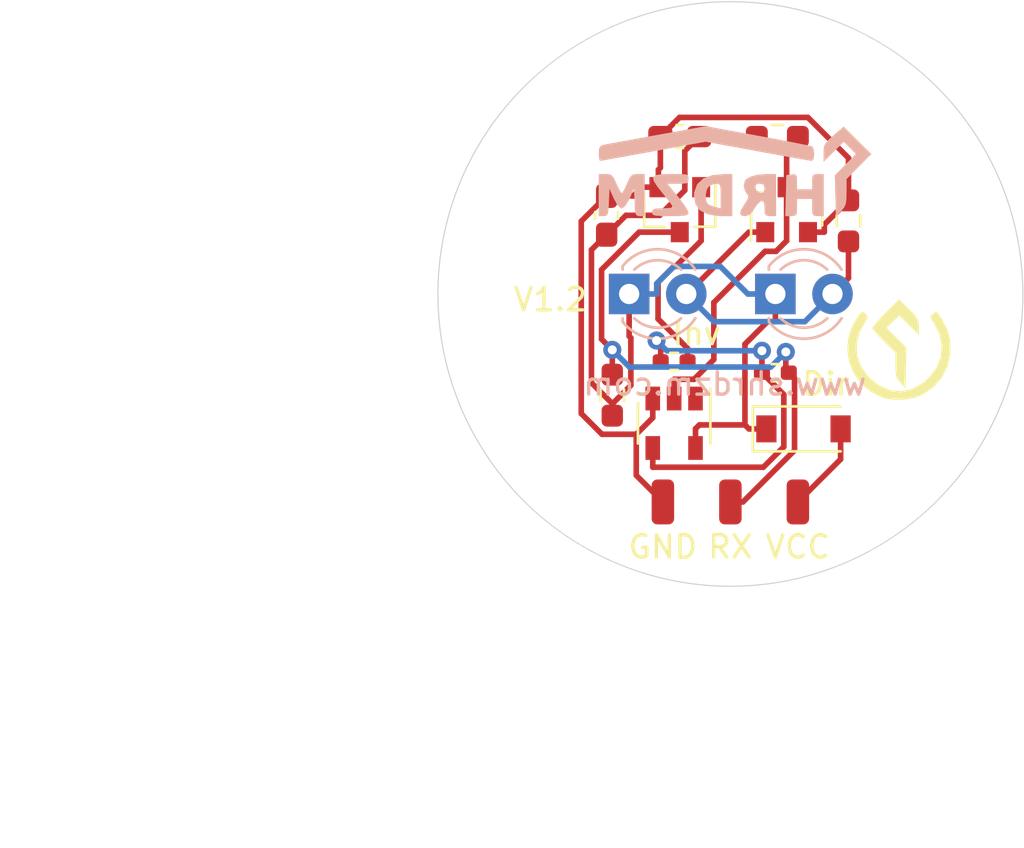
<source format=kicad_pcb>
(kicad_pcb (version 20171130) (host pcbnew "(5.1.9)-1")

  (general
    (thickness 1.6)
    (drawings 9)
    (tracks 108)
    (zones 0)
    (modules 18)
    (nets 10)
  )

  (page A4)
  (layers
    (0 F.Cu signal)
    (31 B.Cu signal)
    (32 B.Adhes user)
    (33 F.Adhes user)
    (34 B.Paste user)
    (35 F.Paste user)
    (36 B.SilkS user)
    (37 F.SilkS user)
    (38 B.Mask user)
    (39 F.Mask user)
    (40 Dwgs.User user)
    (41 Cmts.User user)
    (42 Eco1.User user)
    (43 Eco2.User user)
    (44 Edge.Cuts user)
    (45 Margin user)
    (46 B.CrtYd user)
    (47 F.CrtYd user)
    (48 B.Fab user)
    (49 F.Fab user)
  )

  (setup
    (last_trace_width 0.25)
    (trace_clearance 0.2)
    (zone_clearance 0.508)
    (zone_45_only no)
    (trace_min 0.2)
    (via_size 0.8)
    (via_drill 0.4)
    (via_min_size 0.4)
    (via_min_drill 0.3)
    (uvia_size 0.3)
    (uvia_drill 0.1)
    (uvias_allowed no)
    (uvia_min_size 0.2)
    (uvia_min_drill 0.1)
    (edge_width 0.05)
    (segment_width 0.2)
    (pcb_text_width 0.3)
    (pcb_text_size 1.5 1.5)
    (mod_edge_width 0.12)
    (mod_text_size 1 1)
    (mod_text_width 0.15)
    (pad_size 1.524 1.524)
    (pad_drill 0.762)
    (pad_to_mask_clearance 0)
    (aux_axis_origin 0 0)
    (visible_elements 7FFFFFFF)
    (pcbplotparams
      (layerselection 0x010fc_ffffffff)
      (usegerberextensions false)
      (usegerberattributes true)
      (usegerberadvancedattributes true)
      (creategerberjobfile true)
      (excludeedgelayer true)
      (linewidth 0.100000)
      (plotframeref false)
      (viasonmask false)
      (mode 1)
      (useauxorigin false)
      (hpglpennumber 1)
      (hpglpenspeed 20)
      (hpglpendiameter 15.000000)
      (psnegative false)
      (psa4output false)
      (plotreference true)
      (plotvalue true)
      (plotinvisibletext false)
      (padsonsilk false)
      (subtractmaskfromsilk false)
      (outputformat 1)
      (mirror false)
      (drillshape 1)
      (scaleselection 1)
      (outputdirectory ""))
  )

  (net 0 "")
  (net 1 GND)
  (net 2 "Net-(D1-Pad2)")
  (net 3 "Net-(H2-Pad1)")
  (net 4 "Net-(IC1-Pad1)")
  (net 5 "Net-(IC1-Pad2)")
  (net 6 "Net-(Q1-Pad2)")
  (net 7 +3V3)
  (net 8 "Net-(IC1-Pad4)")
  (net 9 "Net-(Q4-Pad1)")

  (net_class Default "This is the default net class."
    (clearance 0.2)
    (trace_width 0.25)
    (via_dia 0.8)
    (via_drill 0.4)
    (uvia_dia 0.3)
    (uvia_drill 0.1)
    (add_net +3V3)
    (add_net GND)
    (add_net "Net-(D1-Pad2)")
    (add_net "Net-(H2-Pad1)")
    (add_net "Net-(IC1-Pad1)")
    (add_net "Net-(IC1-Pad2)")
    (add_net "Net-(IC1-Pad4)")
    (add_net "Net-(Q1-Pad2)")
    (add_net "Net-(Q4-Pad1)")
  )

  (module "SHRDZM:SHRDZM 12x4" (layer B.Cu) (tedit 0) (tstamp 617C5164)
    (at 70.25 49.5 180)
    (fp_text reference G1 (at 0 0) (layer B.SilkS) hide
      (effects (font (size 1.524 1.524) (thickness 0.3)) (justify mirror))
    )
    (fp_text value LOGO (at 0.75 0) (layer B.SilkS) hide
      (effects (font (size 1.524 1.524) (thickness 0.3)) (justify mirror))
    )
    (fp_poly (pts (xy 3.486147 1.570411) (xy 4.079853 1.462792) (xy 4.628866 1.362878) (xy 5.107899 1.275302)
      (xy 5.491662 1.204698) (xy 5.754867 1.155699) (xy 5.863167 1.134858) (xy 6.015575 1.082802)
      (xy 6.081718 0.973963) (xy 6.096 0.755273) (xy 6.083809 0.545616) (xy 6.053427 0.430756)
      (xy 6.042102 0.423333) (xy 5.947936 0.438102) (xy 5.709059 0.479793) (xy 5.347257 0.54448)
      (xy 4.884319 0.62824) (xy 4.342034 0.727149) (xy 3.742188 0.837282) (xy 3.671435 0.850317)
      (xy 1.354666 1.277301) (xy -0.962102 0.850317) (xy -1.569724 0.738948) (xy -2.124676 0.638407)
      (xy -2.60465 0.552644) (xy -2.987336 0.485605) (xy -3.250426 0.441239) (xy -3.37161 0.423492)
      (xy -3.375102 0.423333) (xy -3.439406 0.497767) (xy -3.470707 0.681168) (xy -3.471333 0.71467)
      (xy -3.450501 0.924369) (xy -3.399634 1.049136) (xy -3.392527 1.054711) (xy -3.29163 1.082145)
      (xy -3.046155 1.135263) (xy -2.678171 1.209701) (xy -2.209745 1.301092) (xy -1.662947 1.40507)
      (xy -1.059845 1.517269) (xy -0.98588 1.530868) (xy 1.341961 1.958318) (xy 3.486147 1.570411)) (layer B.SilkS) (width 0.01))
    (fp_poly (pts (xy 4.54499 -0.181917) (xy 4.661268 -0.246027) (xy 4.758405 -0.401205) (xy 4.84198 -0.592667)
      (xy 4.94996 -0.827281) (xy 5.040807 -0.981007) (xy 5.08 -1.016) (xy 5.144101 -0.944558)
      (xy 5.243043 -0.760731) (xy 5.318019 -0.592667) (xy 5.429089 -0.346935) (xy 5.527062 -0.220882)
      (xy 5.656487 -0.174968) (xy 5.794974 -0.169333) (xy 6.096 -0.169333) (xy 6.096 -2.032)
      (xy 5.888042 -2.032) (xy 5.780403 -2.022184) (xy 5.71608 -1.968614) (xy 5.681348 -1.835104)
      (xy 5.662482 -1.585467) (xy 5.655209 -1.418167) (xy 5.630333 -0.804333) (xy 5.429407 -1.248833)
      (xy 5.268167 -1.544634) (xy 5.124582 -1.68332) (xy 5.08 -1.693333) (xy 4.943936 -1.610918)
      (xy 4.788142 -1.368747) (xy 4.730593 -1.248833) (xy 4.529667 -0.804333) (xy 4.504791 -1.418167)
      (xy 4.488637 -1.734716) (xy 4.463054 -1.918171) (xy 4.414315 -2.00472) (xy 4.328695 -2.030546)
      (xy 4.271957 -2.032) (xy 4.064 -2.032) (xy 4.064 -0.169333) (xy 4.365025 -0.169333)
      (xy 4.54499 -0.181917)) (layer B.SilkS) (width 0.01))
    (fp_poly (pts (xy 3.304644 -0.17851) (xy 3.56904 -0.218742) (xy 3.683354 -0.309087) (xy 3.656425 -0.468597)
      (xy 3.497094 -0.71633) (xy 3.2689 -1.004714) (xy 3.057051 -1.269371) (xy 2.893897 -1.484072)
      (xy 2.80401 -1.615987) (xy 2.794 -1.639258) (xy 2.870587 -1.668878) (xy 3.068141 -1.688519)
      (xy 3.259667 -1.693333) (xy 3.528774 -1.700683) (xy 3.668965 -1.732461) (xy 3.720367 -1.80326)
      (xy 3.725333 -1.862667) (xy 3.713187 -1.941369) (xy 3.65581 -1.99104) (xy 3.521789 -2.018294)
      (xy 3.279715 -2.029741) (xy 2.921 -2.032) (xy 2.545032 -2.028775) (xy 2.307521 -2.015244)
      (xy 2.177648 -1.985626) (xy 2.124597 -1.934137) (xy 2.116667 -1.881075) (xy 2.168369 -1.750319)
      (xy 2.306258 -1.531943) (xy 2.504506 -1.26532) (xy 2.588745 -1.161408) (xy 3.060824 -0.592667)
      (xy 2.588745 -0.592667) (xy 2.319763 -0.587345) (xy 2.178882 -0.559073) (xy 2.124931 -0.489391)
      (xy 2.116667 -0.381) (xy 2.122702 -0.28094) (xy 2.162495 -0.218748) (xy 2.268574 -0.185422)
      (xy 2.473468 -0.171955) (xy 2.809705 -0.169345) (xy 2.881324 -0.169333) (xy 3.304644 -0.17851)) (layer B.SilkS) (width 0.01))
    (fp_poly (pts (xy 0.529167 -0.169805) (xy 1.060406 -0.221315) (xy 1.459514 -0.373016) (xy 1.72388 -0.623012)
      (xy 1.850897 -0.969408) (xy 1.862667 -1.138453) (xy 1.796486 -1.50946) (xy 1.596677 -1.780497)
      (xy 1.261339 -1.952941) (xy 0.78857 -2.028169) (xy 0.629488 -2.032) (xy 0.169333 -2.032)
      (xy 0.169333 -1.144613) (xy 0.677333 -1.144613) (xy 0.677333 -1.696559) (xy 0.910167 -1.640938)
      (xy 1.121386 -1.570607) (xy 1.248833 -1.501958) (xy 1.331867 -1.345374) (xy 1.349892 -1.109954)
      (xy 1.305584 -0.872081) (xy 1.221619 -0.725714) (xy 1.032685 -0.619315) (xy 0.882952 -0.592667)
      (xy 0.7725 -0.603053) (xy 0.710906 -0.659649) (xy 0.683957 -0.800611) (xy 0.677437 -1.064093)
      (xy 0.677333 -1.144613) (xy 0.169333 -1.144613) (xy 0.169333 -0.169333) (xy 0.529167 -0.169805)) (layer B.SilkS) (width 0.01))
    (fp_poly (pts (xy -0.96904 -0.200286) (xy -0.647051 -0.284681) (xy -0.437448 -0.409818) (xy -0.405186 -0.449797)
      (xy -0.34261 -0.690252) (xy -0.413327 -0.942162) (xy -0.473038 -1.024145) (xy -0.546761 -1.128457)
      (xy -0.542382 -1.236282) (xy -0.449975 -1.402824) (xy -0.388371 -1.494965) (xy -0.225591 -1.764688)
      (xy -0.182043 -1.9318) (xy -0.258192 -2.01439) (xy -0.402167 -2.031771) (xy -0.581024 -1.99333)
      (xy -0.723127 -1.852073) (xy -0.804333 -1.71527) (xy -0.94335 -1.510789) (xy -1.084499 -1.384943)
      (xy -1.121833 -1.370624) (xy -1.217912 -1.382265) (xy -1.261258 -1.491832) (xy -1.27 -1.687125)
      (xy -1.279567 -1.906847) (xy -1.3319 -2.005526) (xy -1.462448 -2.031292) (xy -1.524 -2.032)
      (xy -1.778 -2.032) (xy -1.778 -0.810222) (xy -1.27 -0.810222) (xy -1.24236 -0.968798)
      (xy -1.130783 -1.006054) (xy -1.0795 -1.000722) (xy -0.908334 -0.904307) (xy -0.861945 -0.783167)
      (xy -0.873301 -0.640873) (xy -0.994121 -0.594375) (xy -1.052445 -0.592667) (xy -1.216163 -0.625115)
      (xy -1.268394 -0.756412) (xy -1.27 -0.810222) (xy -1.778 -0.810222) (xy -1.778 -0.169333)
      (xy -1.360179 -0.169333) (xy -0.96904 -0.200286)) (layer B.SilkS) (width 0.01))
    (fp_poly (pts (xy -3.4778 -0.182707) (xy -3.405399 -0.255179) (xy -3.387068 -0.435278) (xy -3.386667 -0.508)
      (xy -3.386667 -0.846667) (xy -2.709333 -0.846667) (xy -2.709333 -0.502376) (xy -2.700484 -0.284237)
      (xy -2.652374 -0.191189) (xy -2.532663 -0.179128) (xy -2.4765 -0.184876) (xy -2.243667 -0.211667)
      (xy -2.219636 -1.121833) (xy -2.195605 -2.032) (xy -2.452469 -2.032) (xy -2.610402 -2.021196)
      (xy -2.685203 -1.958135) (xy -2.707864 -1.796845) (xy -2.709333 -1.651) (xy -2.709333 -1.27)
      (xy -3.386667 -1.27) (xy -3.386667 -1.651) (xy -3.39403 -1.885283) (xy -3.436543 -1.996247)
      (xy -3.544843 -2.029846) (xy -3.640667 -2.032) (xy -3.894667 -2.032) (xy -3.894667 -0.169333)
      (xy -3.640667 -0.169333) (xy -3.4778 -0.182707)) (layer B.SilkS) (width 0.01))
    (fp_poly (pts (xy -4.339167 1.554769) (xy -4.102935 1.341889) (xy -3.969597 1.184039) (xy -3.909977 1.030267)
      (xy -3.894903 0.82962) (xy -3.894667 0.778436) (xy -3.894667 0.386785) (xy -4.341309 0.827879)
      (xy -4.787951 1.268972) (xy -5.060564 0.996359) (xy -5.333178 0.723746) (xy -4.864899 0.250529)
      (xy -4.39662 -0.222687) (xy -4.445 -2.043753) (xy -4.677833 -1.80041) (xy -4.803636 -1.650301)
      (xy -4.873933 -1.494676) (xy -4.904383 -1.277766) (xy -4.910667 -0.971158) (xy -4.910667 -0.385249)
      (xy -5.460997 0.169331) (xy -6.011328 0.723911) (xy -5.397497 1.331681) (xy -4.783667 1.939451)
      (xy -4.339167 1.554769)) (layer B.SilkS) (width 0.01))
  )

  (module "SHRDZM:SHRDZM Symbol 5x5" (layer F.Cu) (tedit 0) (tstamp 617C4F8E)
    (at 77.5 57.5)
    (fp_text reference G2 (at 0 0) (layer F.SilkS) hide
      (effects (font (size 1.524 1.524) (thickness 0.3)))
    )
    (fp_text value LOGO (at 0.75 0) (layer F.SilkS) hide
      (effects (font (size 1.524 1.524) (thickness 0.3)))
    )
    (fp_poly (pts (xy 0.436196 -1.825987) (xy 0.66022 -1.596669) (xy 0.791224 -1.429677) (xy 0.853769 -1.280676)
      (xy 0.872417 -1.105331) (xy 0.873125 -1.037298) (xy 0.873125 -0.680111) (xy 0.43736 -1.110462)
      (xy 0.001596 -1.540814) (xy -0.278011 -1.269809) (xy -0.557617 -0.998804) (xy 0.322975 -0.108926)
      (xy 0.300394 0.784464) (xy 0.277812 1.677854) (xy 0.059531 1.44974) (xy -0.057965 1.309741)
      (xy -0.123848 1.16476) (xy -0.15261 0.9629) (xy -0.15875 0.668051) (xy -0.15875 0.114476)
      (xy -0.674688 -0.396875) (xy -0.902046 -0.630826) (xy -1.078259 -0.828545) (xy -1.177694 -0.960471)
      (xy -1.190625 -0.991882) (xy -1.137382 -1.079261) (xy -0.993484 -1.249778) (xy -0.782674 -1.476507)
      (xy -0.595679 -1.666512) (xy -0.000732 -2.257487) (xy 0.436196 -1.825987)) (layer F.SilkS) (width 0.01))
    (fp_poly (pts (xy -1.506686 -1.625883) (xy -1.503334 -1.622852) (xy -1.398724 -1.505223) (xy -1.412956 -1.400282)
      (xy -1.469728 -1.316374) (xy -1.75387 -0.815712) (xy -1.886962 -0.30033) (xy -1.870112 0.211618)
      (xy -1.704429 0.701978) (xy -1.391021 1.152595) (xy -1.314082 1.233002) (xy -0.864498 1.5863)
      (xy -0.389162 1.785985) (xy 0.097619 1.832058) (xy 0.581538 1.724518) (xy 1.048286 1.463366)
      (xy 1.314081 1.233002) (xy 1.655709 0.792086) (xy 1.849824 0.307945) (xy 1.895319 -0.201268)
      (xy 1.791085 -0.717399) (xy 1.536013 -1.222293) (xy 1.469727 -1.316374) (xy 1.392661 -1.44994)
      (xy 1.429417 -1.550408) (xy 1.503333 -1.622852) (xy 1.595643 -1.694892) (xy 1.669653 -1.693628)
      (xy 1.758787 -1.598696) (xy 1.896469 -1.389728) (xy 1.903109 -1.379261) (xy 2.154504 -0.894106)
      (xy 2.275576 -0.412973) (xy 2.281585 0.121397) (xy 2.159228 0.698) (xy 1.896881 1.216996)
      (xy 1.509151 1.656847) (xy 1.010647 1.996013) (xy 1.009923 1.996385) (xy 0.657971 2.119791)
      (xy 0.226438 2.189529) (xy -0.218985 2.201228) (xy -0.612607 2.150515) (xy -0.738348 2.112708)
      (xy -1.277564 1.834626) (xy -1.717995 1.449179) (xy -2.044617 0.977102) (xy -2.242407 0.439127)
      (xy -2.297949 -0.039688) (xy -2.260217 -0.53047) (xy -2.125067 -0.969971) (xy -1.902146 -1.380781)
      (xy -1.762284 -1.59393) (xy -1.672115 -1.692258) (xy -1.598096 -1.696122) (xy -1.506686 -1.625883)) (layer F.SilkS) (width 0.01))
  )

  (module Resistor_SMD:R_0603_1608Metric_Pad0.98x0.95mm_HandSolder (layer F.Cu) (tedit 5F68FEEE) (tstamp 617C3F13)
    (at 64.75 59.5 90)
    (descr "Resistor SMD 0603 (1608 Metric), square (rectangular) end terminal, IPC_7351 nominal with elongated pad for handsoldering. (Body size source: IPC-SM-782 page 72, https://www.pcb-3d.com/wordpress/wp-content/uploads/ipc-sm-782a_amendment_1_and_2.pdf), generated with kicad-footprint-generator")
    (tags "resistor handsolder")
    (path /617CA371)
    (attr smd)
    (fp_text reference R5 (at 0 -1.43 90) (layer F.SilkS) hide
      (effects (font (size 1 1) (thickness 0.15)))
    )
    (fp_text value 10K (at 0 1.43 90) (layer F.Fab)
      (effects (font (size 1 1) (thickness 0.15)))
    )
    (fp_line (start 1.65 0.73) (end -1.65 0.73) (layer F.CrtYd) (width 0.05))
    (fp_line (start 1.65 -0.73) (end 1.65 0.73) (layer F.CrtYd) (width 0.05))
    (fp_line (start -1.65 -0.73) (end 1.65 -0.73) (layer F.CrtYd) (width 0.05))
    (fp_line (start -1.65 0.73) (end -1.65 -0.73) (layer F.CrtYd) (width 0.05))
    (fp_line (start -0.254724 0.5225) (end 0.254724 0.5225) (layer F.SilkS) (width 0.12))
    (fp_line (start -0.254724 -0.5225) (end 0.254724 -0.5225) (layer F.SilkS) (width 0.12))
    (fp_line (start 0.8 0.4125) (end -0.8 0.4125) (layer F.Fab) (width 0.1))
    (fp_line (start 0.8 -0.4125) (end 0.8 0.4125) (layer F.Fab) (width 0.1))
    (fp_line (start -0.8 -0.4125) (end 0.8 -0.4125) (layer F.Fab) (width 0.1))
    (fp_line (start -0.8 0.4125) (end -0.8 -0.4125) (layer F.Fab) (width 0.1))
    (fp_text user %R (at 0 0 90) (layer F.Fab)
      (effects (font (size 0.4 0.4) (thickness 0.06)))
    )
    (pad 2 smd roundrect (at 0.9125 0 90) (size 0.975 0.95) (layers F.Cu F.Paste F.Mask) (roundrect_rratio 0.25)
      (net 3 "Net-(H2-Pad1)"))
    (pad 1 smd roundrect (at -0.9125 0 90) (size 0.975 0.95) (layers F.Cu F.Paste F.Mask) (roundrect_rratio 0.25)
      (net 7 +3V3))
    (model ${KISYS3DMOD}/Resistor_SMD.3dshapes/R_0603_1608Metric.wrl
      (at (xyz 0 0 0))
      (scale (xyz 1 1 1))
      (rotate (xyz 0 0 0))
    )
  )

  (module Resistor_SMD:R_0402_1005Metric_Pad0.72x0.64mm_HandSolder (layer F.Cu) (tedit 5F6BB9E0) (tstamp 617C3F02)
    (at 67.5 58 180)
    (descr "Resistor SMD 0402 (1005 Metric), square (rectangular) end terminal, IPC_7351 nominal with elongated pad for handsoldering. (Body size source: IPC-SM-782 page 72, https://www.pcb-3d.com/wordpress/wp-content/uploads/ipc-sm-782a_amendment_1_and_2.pdf), generated with kicad-footprint-generator")
    (tags "resistor handsolder")
    (path /617C7508)
    (attr smd)
    (fp_text reference R4 (at 0 -1.17) (layer F.SilkS) hide
      (effects (font (size 1 1) (thickness 0.15)))
    )
    (fp_text value Inv (at -1 1.25) (layer F.SilkS)
      (effects (font (size 1 1) (thickness 0.15)))
    )
    (fp_line (start 1.1 0.47) (end -1.1 0.47) (layer F.CrtYd) (width 0.05))
    (fp_line (start 1.1 -0.47) (end 1.1 0.47) (layer F.CrtYd) (width 0.05))
    (fp_line (start -1.1 -0.47) (end 1.1 -0.47) (layer F.CrtYd) (width 0.05))
    (fp_line (start -1.1 0.47) (end -1.1 -0.47) (layer F.CrtYd) (width 0.05))
    (fp_line (start -0.167621 0.38) (end 0.167621 0.38) (layer F.SilkS) (width 0.12))
    (fp_line (start -0.167621 -0.38) (end 0.167621 -0.38) (layer F.SilkS) (width 0.12))
    (fp_line (start 0.525 0.27) (end -0.525 0.27) (layer F.Fab) (width 0.1))
    (fp_line (start 0.525 -0.27) (end 0.525 0.27) (layer F.Fab) (width 0.1))
    (fp_line (start -0.525 -0.27) (end 0.525 -0.27) (layer F.Fab) (width 0.1))
    (fp_line (start -0.525 0.27) (end -0.525 -0.27) (layer F.Fab) (width 0.1))
    (fp_text user %R (at 0 0) (layer F.Fab)
      (effects (font (size 0.26 0.26) (thickness 0.04)))
    )
    (pad 2 smd roundrect (at 0.5975 0 180) (size 0.715 0.64) (layers F.Cu F.Paste F.Mask) (roundrect_rratio 0.25)
      (net 8 "Net-(IC1-Pad4)"))
    (pad 1 smd roundrect (at -0.5975 0 180) (size 0.715 0.64) (layers F.Cu F.Paste F.Mask) (roundrect_rratio 0.25)
      (net 9 "Net-(Q4-Pad1)"))
    (model ${KISYS3DMOD}/Resistor_SMD.3dshapes/R_0402_1005Metric.wrl
      (at (xyz 0 0 0))
      (scale (xyz 1 1 1))
      (rotate (xyz 0 0 0))
    )
  )

  (module Resistor_SMD:R_0402_1005Metric_Pad0.72x0.64mm_HandSolder (layer F.Cu) (tedit 5F6BB9E0) (tstamp 617C3EF1)
    (at 72 58.5 180)
    (descr "Resistor SMD 0402 (1005 Metric), square (rectangular) end terminal, IPC_7351 nominal with elongated pad for handsoldering. (Body size source: IPC-SM-782 page 72, https://www.pcb-3d.com/wordpress/wp-content/uploads/ipc-sm-782a_amendment_1_and_2.pdf), generated with kicad-footprint-generator")
    (tags "resistor handsolder")
    (path /617C3BF3)
    (attr smd)
    (fp_text reference R3 (at 0 -1.17) (layer F.SilkS) hide
      (effects (font (size 1 1) (thickness 0.15)))
    )
    (fp_text value Dir (at -2.25 -0.5) (layer F.SilkS)
      (effects (font (size 1 1) (thickness 0.15)))
    )
    (fp_line (start 1.1 0.47) (end -1.1 0.47) (layer F.CrtYd) (width 0.05))
    (fp_line (start 1.1 -0.47) (end 1.1 0.47) (layer F.CrtYd) (width 0.05))
    (fp_line (start -1.1 -0.47) (end 1.1 -0.47) (layer F.CrtYd) (width 0.05))
    (fp_line (start -1.1 0.47) (end -1.1 -0.47) (layer F.CrtYd) (width 0.05))
    (fp_line (start -0.167621 0.38) (end 0.167621 0.38) (layer F.SilkS) (width 0.12))
    (fp_line (start -0.167621 -0.38) (end 0.167621 -0.38) (layer F.SilkS) (width 0.12))
    (fp_line (start 0.525 0.27) (end -0.525 0.27) (layer F.Fab) (width 0.1))
    (fp_line (start 0.525 -0.27) (end 0.525 0.27) (layer F.Fab) (width 0.1))
    (fp_line (start -0.525 -0.27) (end 0.525 -0.27) (layer F.Fab) (width 0.1))
    (fp_line (start -0.525 0.27) (end -0.525 -0.27) (layer F.Fab) (width 0.1))
    (fp_text user %R (at 0 0) (layer F.Fab)
      (effects (font (size 0.26 0.26) (thickness 0.04)))
    )
    (pad 2 smd roundrect (at 0.5975 0 180) (size 0.715 0.64) (layers F.Cu F.Paste F.Mask) (roundrect_rratio 0.25)
      (net 8 "Net-(IC1-Pad4)"))
    (pad 1 smd roundrect (at -0.5975 0 180) (size 0.715 0.64) (layers F.Cu F.Paste F.Mask) (roundrect_rratio 0.25)
      (net 3 "Net-(H2-Pad1)"))
    (model ${KISYS3DMOD}/Resistor_SMD.3dshapes/R_0402_1005Metric.wrl
      (at (xyz 0 0 0))
      (scale (xyz 1 1 1))
      (rotate (xyz 0 0 0))
    )
  )

  (module Resistor_SMD:R_0603_1608Metric_Pad0.98x0.95mm_HandSolder (layer F.Cu) (tedit 5F68FEEE) (tstamp 617C3EE0)
    (at 72.0875 48)
    (descr "Resistor SMD 0603 (1608 Metric), square (rectangular) end terminal, IPC_7351 nominal with elongated pad for handsoldering. (Body size source: IPC-SM-782 page 72, https://www.pcb-3d.com/wordpress/wp-content/uploads/ipc-sm-782a_amendment_1_and_2.pdf), generated with kicad-footprint-generator")
    (tags "resistor handsolder")
    (path /6179E110)
    (attr smd)
    (fp_text reference R2 (at 0 -1.43) (layer F.SilkS) hide
      (effects (font (size 1 1) (thickness 0.15)))
    )
    (fp_text value 13K (at 0 1.43) (layer F.Fab)
      (effects (font (size 1 1) (thickness 0.15)))
    )
    (fp_line (start 1.65 0.73) (end -1.65 0.73) (layer F.CrtYd) (width 0.05))
    (fp_line (start 1.65 -0.73) (end 1.65 0.73) (layer F.CrtYd) (width 0.05))
    (fp_line (start -1.65 -0.73) (end 1.65 -0.73) (layer F.CrtYd) (width 0.05))
    (fp_line (start -1.65 0.73) (end -1.65 -0.73) (layer F.CrtYd) (width 0.05))
    (fp_line (start -0.254724 0.5225) (end 0.254724 0.5225) (layer F.SilkS) (width 0.12))
    (fp_line (start -0.254724 -0.5225) (end 0.254724 -0.5225) (layer F.SilkS) (width 0.12))
    (fp_line (start 0.8 0.4125) (end -0.8 0.4125) (layer F.Fab) (width 0.1))
    (fp_line (start 0.8 -0.4125) (end 0.8 0.4125) (layer F.Fab) (width 0.1))
    (fp_line (start -0.8 -0.4125) (end 0.8 -0.4125) (layer F.Fab) (width 0.1))
    (fp_line (start -0.8 0.4125) (end -0.8 -0.4125) (layer F.Fab) (width 0.1))
    (fp_text user %R (at 0 0) (layer F.Fab)
      (effects (font (size 0.4 0.4) (thickness 0.06)))
    )
    (pad 2 smd roundrect (at 0.9125 0) (size 0.975 0.95) (layers F.Cu F.Paste F.Mask) (roundrect_rratio 0.25)
      (net 5 "Net-(IC1-Pad2)"))
    (pad 1 smd roundrect (at -0.9125 0) (size 0.975 0.95) (layers F.Cu F.Paste F.Mask) (roundrect_rratio 0.25)
      (net 7 +3V3))
    (model ${KISYS3DMOD}/Resistor_SMD.3dshapes/R_0603_1608Metric.wrl
      (at (xyz 0 0 0))
      (scale (xyz 1 1 1))
      (rotate (xyz 0 0 0))
    )
  )

  (module Resistor_SMD:R_0603_1608Metric_Pad0.98x0.95mm_HandSolder (layer F.Cu) (tedit 5F68FEEE) (tstamp 617C3ECF)
    (at 75.25 51.75 90)
    (descr "Resistor SMD 0603 (1608 Metric), square (rectangular) end terminal, IPC_7351 nominal with elongated pad for handsoldering. (Body size source: IPC-SM-782 page 72, https://www.pcb-3d.com/wordpress/wp-content/uploads/ipc-sm-782a_amendment_1_and_2.pdf), generated with kicad-footprint-generator")
    (tags "resistor handsolder")
    (path /6179E765)
    (attr smd)
    (fp_text reference R1 (at 0 -1.43 90) (layer F.SilkS) hide
      (effects (font (size 1 1) (thickness 0.15)))
    )
    (fp_text value 13K (at 0 1.43 90) (layer F.Fab) hide
      (effects (font (size 1 1) (thickness 0.15)))
    )
    (fp_line (start 1.65 0.73) (end -1.65 0.73) (layer F.CrtYd) (width 0.05))
    (fp_line (start 1.65 -0.73) (end 1.65 0.73) (layer F.CrtYd) (width 0.05))
    (fp_line (start -1.65 -0.73) (end 1.65 -0.73) (layer F.CrtYd) (width 0.05))
    (fp_line (start -1.65 0.73) (end -1.65 -0.73) (layer F.CrtYd) (width 0.05))
    (fp_line (start -0.254724 0.5225) (end 0.254724 0.5225) (layer F.SilkS) (width 0.12))
    (fp_line (start -0.254724 -0.5225) (end 0.254724 -0.5225) (layer F.SilkS) (width 0.12))
    (fp_line (start 0.8 0.4125) (end -0.8 0.4125) (layer F.Fab) (width 0.1))
    (fp_line (start 0.8 -0.4125) (end 0.8 0.4125) (layer F.Fab) (width 0.1))
    (fp_line (start -0.8 -0.4125) (end 0.8 -0.4125) (layer F.Fab) (width 0.1))
    (fp_line (start -0.8 0.4125) (end -0.8 -0.4125) (layer F.Fab) (width 0.1))
    (fp_text user %R (at 0 0 90) (layer F.Fab)
      (effects (font (size 0.4 0.4) (thickness 0.06)))
    )
    (pad 2 smd roundrect (at 0.9125 0 90) (size 0.975 0.95) (layers F.Cu F.Paste F.Mask) (roundrect_rratio 0.25)
      (net 1 GND))
    (pad 1 smd roundrect (at -0.9125 0 90) (size 0.975 0.95) (layers F.Cu F.Paste F.Mask) (roundrect_rratio 0.25)
      (net 6 "Net-(Q1-Pad2)"))
    (model ${KISYS3DMOD}/Resistor_SMD.3dshapes/R_0603_1608Metric.wrl
      (at (xyz 0 0 0))
      (scale (xyz 1 1 1))
      (rotate (xyz 0 0 0))
    )
  )

  (module Package_TO_SOT_SMD:SOT-23 (layer F.Cu) (tedit 5A02FF57) (tstamp 617C3EBE)
    (at 67.75 51.25 270)
    (descr "SOT-23, Standard")
    (tags SOT-23)
    (path /617BDFCE)
    (attr smd)
    (fp_text reference Q4 (at 0 -2.5 90) (layer F.SilkS) hide
      (effects (font (size 1 1) (thickness 0.15)))
    )
    (fp_text value BC847 (at 0 2.5 90) (layer F.Fab) hide
      (effects (font (size 1 1) (thickness 0.15)))
    )
    (fp_line (start 0.76 1.58) (end -0.7 1.58) (layer F.SilkS) (width 0.12))
    (fp_line (start 0.76 -1.58) (end -1.4 -1.58) (layer F.SilkS) (width 0.12))
    (fp_line (start -1.7 1.75) (end -1.7 -1.75) (layer F.CrtYd) (width 0.05))
    (fp_line (start 1.7 1.75) (end -1.7 1.75) (layer F.CrtYd) (width 0.05))
    (fp_line (start 1.7 -1.75) (end 1.7 1.75) (layer F.CrtYd) (width 0.05))
    (fp_line (start -1.7 -1.75) (end 1.7 -1.75) (layer F.CrtYd) (width 0.05))
    (fp_line (start 0.76 -1.58) (end 0.76 -0.65) (layer F.SilkS) (width 0.12))
    (fp_line (start 0.76 1.58) (end 0.76 0.65) (layer F.SilkS) (width 0.12))
    (fp_line (start -0.7 1.52) (end 0.7 1.52) (layer F.Fab) (width 0.1))
    (fp_line (start 0.7 -1.52) (end 0.7 1.52) (layer F.Fab) (width 0.1))
    (fp_line (start -0.7 -0.95) (end -0.15 -1.52) (layer F.Fab) (width 0.1))
    (fp_line (start -0.15 -1.52) (end 0.7 -1.52) (layer F.Fab) (width 0.1))
    (fp_line (start -0.7 -0.95) (end -0.7 1.5) (layer F.Fab) (width 0.1))
    (fp_text user %R (at 0 0) (layer F.Fab)
      (effects (font (size 0.5 0.5) (thickness 0.075)))
    )
    (pad 3 smd rect (at 1 0 270) (size 0.9 0.8) (layers F.Cu F.Paste F.Mask)
      (net 3 "Net-(H2-Pad1)"))
    (pad 2 smd rect (at -1 0.95 270) (size 0.9 0.8) (layers F.Cu F.Paste F.Mask)
      (net 1 GND))
    (pad 1 smd rect (at -1 -0.95 270) (size 0.9 0.8) (layers F.Cu F.Paste F.Mask)
      (net 9 "Net-(Q4-Pad1)"))
    (model ${KISYS3DMOD}/Package_TO_SOT_SMD.3dshapes/SOT-23.wrl
      (at (xyz 0 0 0))
      (scale (xyz 1 1 1))
      (rotate (xyz 0 0 0))
    )
  )

  (module Package_TO_SOT_SMD:SOT-23 (layer F.Cu) (tedit 5A02FF57) (tstamp 617C3EA9)
    (at 72.5 51.25 90)
    (descr "SOT-23, Standard")
    (tags SOT-23)
    (path /6179AFE8)
    (attr smd)
    (fp_text reference Q3 (at 0 -2.5 90) (layer F.SilkS) hide
      (effects (font (size 1 1) (thickness 0.15)))
    )
    (fp_text value BC817 (at 0 2.5 90) (layer F.Fab) hide
      (effects (font (size 1 1) (thickness 0.15)))
    )
    (fp_line (start 0.76 1.58) (end -0.7 1.58) (layer F.SilkS) (width 0.12))
    (fp_line (start 0.76 -1.58) (end -1.4 -1.58) (layer F.SilkS) (width 0.12))
    (fp_line (start -1.7 1.75) (end -1.7 -1.75) (layer F.CrtYd) (width 0.05))
    (fp_line (start 1.7 1.75) (end -1.7 1.75) (layer F.CrtYd) (width 0.05))
    (fp_line (start 1.7 -1.75) (end 1.7 1.75) (layer F.CrtYd) (width 0.05))
    (fp_line (start -1.7 -1.75) (end 1.7 -1.75) (layer F.CrtYd) (width 0.05))
    (fp_line (start 0.76 -1.58) (end 0.76 -0.65) (layer F.SilkS) (width 0.12))
    (fp_line (start 0.76 1.58) (end 0.76 0.65) (layer F.SilkS) (width 0.12))
    (fp_line (start -0.7 1.52) (end 0.7 1.52) (layer F.Fab) (width 0.1))
    (fp_line (start 0.7 -1.52) (end 0.7 1.52) (layer F.Fab) (width 0.1))
    (fp_line (start -0.7 -0.95) (end -0.15 -1.52) (layer F.Fab) (width 0.1))
    (fp_line (start -0.15 -1.52) (end 0.7 -1.52) (layer F.Fab) (width 0.1))
    (fp_line (start -0.7 -0.95) (end -0.7 1.5) (layer F.Fab) (width 0.1))
    (fp_text user %R (at 0 0) (layer F.Fab)
      (effects (font (size 0.5 0.5) (thickness 0.075)))
    )
    (pad 3 smd rect (at 1 0 90) (size 0.9 0.8) (layers F.Cu F.Paste F.Mask)
      (net 5 "Net-(IC1-Pad2)"))
    (pad 2 smd rect (at -1 0.95 90) (size 0.9 0.8) (layers F.Cu F.Paste F.Mask)
      (net 1 GND))
    (pad 1 smd rect (at -1 -0.95 90) (size 0.9 0.8) (layers F.Cu F.Paste F.Mask)
      (net 6 "Net-(Q1-Pad2)"))
    (model ${KISYS3DMOD}/Package_TO_SOT_SMD.3dshapes/SOT-23.wrl
      (at (xyz 0 0 0))
      (scale (xyz 1 1 1))
      (rotate (xyz 0 0 0))
    )
  )

  (module LED_THT:LED_D3.0mm (layer B.Cu) (tedit 587A3A7B) (tstamp 617C3E94)
    (at 72 55)
    (descr "LED, diameter 3.0mm, 2 pins")
    (tags "LED diameter 3.0mm 2 pins")
    (path /6179B93E)
    (fp_text reference Q2 (at 1.27 2.96) (layer B.SilkS) hide
      (effects (font (size 1 1) (thickness 0.15)) (justify mirror))
    )
    (fp_text value SFH309 (at 1.27 -2.96) (layer B.Fab) hide
      (effects (font (size 1 1) (thickness 0.15)) (justify mirror))
    )
    (fp_line (start 3.7 2.25) (end -1.15 2.25) (layer B.CrtYd) (width 0.05))
    (fp_line (start 3.7 -2.25) (end 3.7 2.25) (layer B.CrtYd) (width 0.05))
    (fp_line (start -1.15 -2.25) (end 3.7 -2.25) (layer B.CrtYd) (width 0.05))
    (fp_line (start -1.15 2.25) (end -1.15 -2.25) (layer B.CrtYd) (width 0.05))
    (fp_line (start -0.29 -1.08) (end -0.29 -1.236) (layer B.SilkS) (width 0.12))
    (fp_line (start -0.29 1.236) (end -0.29 1.08) (layer B.SilkS) (width 0.12))
    (fp_line (start -0.23 1.16619) (end -0.23 -1.16619) (layer B.Fab) (width 0.1))
    (fp_circle (center 1.27 0) (end 2.77 0) (layer B.Fab) (width 0.1))
    (fp_arc (start 1.27 0) (end 0.229039 -1.08) (angle 87.9) (layer B.SilkS) (width 0.12))
    (fp_arc (start 1.27 0) (end 0.229039 1.08) (angle -87.9) (layer B.SilkS) (width 0.12))
    (fp_arc (start 1.27 0) (end -0.29 -1.235516) (angle 108.8) (layer B.SilkS) (width 0.12))
    (fp_arc (start 1.27 0) (end -0.29 1.235516) (angle -108.8) (layer B.SilkS) (width 0.12))
    (fp_arc (start 1.27 0) (end -0.23 1.16619) (angle -284.3) (layer B.Fab) (width 0.1))
    (pad 2 thru_hole circle (at 2.54 0) (size 1.8 1.8) (drill 0.9) (layers *.Cu *.Mask)
      (net 6 "Net-(Q1-Pad2)"))
    (pad 1 thru_hole rect (at 0 0) (size 1.8 1.8) (drill 0.9) (layers *.Cu *.Mask)
      (net 7 +3V3))
    (model ${KISYS3DMOD}/LED_THT.3dshapes/LED_D3.0mm.wrl
      (at (xyz 0 0 0))
      (scale (xyz 1 1 1))
      (rotate (xyz 0 0 0))
    )
  )

  (module LED_THT:LED_D3.0mm (layer B.Cu) (tedit 587A3A7B) (tstamp 617C3E81)
    (at 65.5 55)
    (descr "LED, diameter 3.0mm, 2 pins")
    (tags "LED diameter 3.0mm 2 pins")
    (path /6179BE75)
    (fp_text reference Q1 (at 1.27 2.96) (layer B.SilkS) hide
      (effects (font (size 1 1) (thickness 0.15)) (justify mirror))
    )
    (fp_text value SFH309 (at 1.27 -2.96) (layer B.Fab) hide
      (effects (font (size 1 1) (thickness 0.15)) (justify mirror))
    )
    (fp_line (start 3.7 2.25) (end -1.15 2.25) (layer B.CrtYd) (width 0.05))
    (fp_line (start 3.7 -2.25) (end 3.7 2.25) (layer B.CrtYd) (width 0.05))
    (fp_line (start -1.15 -2.25) (end 3.7 -2.25) (layer B.CrtYd) (width 0.05))
    (fp_line (start -1.15 2.25) (end -1.15 -2.25) (layer B.CrtYd) (width 0.05))
    (fp_line (start -0.29 -1.08) (end -0.29 -1.236) (layer B.SilkS) (width 0.12))
    (fp_line (start -0.29 1.236) (end -0.29 1.08) (layer B.SilkS) (width 0.12))
    (fp_line (start -0.23 1.16619) (end -0.23 -1.16619) (layer B.Fab) (width 0.1))
    (fp_circle (center 1.27 0) (end 2.77 0) (layer B.Fab) (width 0.1))
    (fp_arc (start 1.27 0) (end 0.229039 -1.08) (angle 87.9) (layer B.SilkS) (width 0.12))
    (fp_arc (start 1.27 0) (end 0.229039 1.08) (angle -87.9) (layer B.SilkS) (width 0.12))
    (fp_arc (start 1.27 0) (end -0.29 -1.235516) (angle 108.8) (layer B.SilkS) (width 0.12))
    (fp_arc (start 1.27 0) (end -0.29 1.235516) (angle -108.8) (layer B.SilkS) (width 0.12))
    (fp_arc (start 1.27 0) (end -0.23 1.16619) (angle -284.3) (layer B.Fab) (width 0.1))
    (pad 2 thru_hole circle (at 2.54 0) (size 1.8 1.8) (drill 0.9) (layers *.Cu *.Mask)
      (net 6 "Net-(Q1-Pad2)"))
    (pad 1 thru_hole rect (at 0 0) (size 1.8 1.8) (drill 0.9) (layers *.Cu *.Mask)
      (net 7 +3V3))
    (model ${KISYS3DMOD}/LED_THT.3dshapes/LED_D3.0mm.wrl
      (at (xyz 0 0 0))
      (scale (xyz 1 1 1))
      (rotate (xyz 0 0 0))
    )
  )

  (module Package_TO_SOT_SMD:SOT-23-5 (layer F.Cu) (tedit 5A02FF57) (tstamp 617C3E6E)
    (at 67.5 60.75 270)
    (descr "5-pin SOT23 package")
    (tags SOT-23-5)
    (path /6179AB13)
    (attr smd)
    (fp_text reference IC1 (at 0 -2.9 90) (layer F.SilkS) hide
      (effects (font (size 1 1) (thickness 0.15)))
    )
    (fp_text value 74LVC1G17DBVR (at 0 2.9 90) (layer F.Fab) hide
      (effects (font (size 1 1) (thickness 0.15)))
    )
    (fp_line (start 0.9 -1.55) (end 0.9 1.55) (layer F.Fab) (width 0.1))
    (fp_line (start 0.9 1.55) (end -0.9 1.55) (layer F.Fab) (width 0.1))
    (fp_line (start -0.9 -0.9) (end -0.9 1.55) (layer F.Fab) (width 0.1))
    (fp_line (start 0.9 -1.55) (end -0.25 -1.55) (layer F.Fab) (width 0.1))
    (fp_line (start -0.9 -0.9) (end -0.25 -1.55) (layer F.Fab) (width 0.1))
    (fp_line (start -1.9 1.8) (end -1.9 -1.8) (layer F.CrtYd) (width 0.05))
    (fp_line (start 1.9 1.8) (end -1.9 1.8) (layer F.CrtYd) (width 0.05))
    (fp_line (start 1.9 -1.8) (end 1.9 1.8) (layer F.CrtYd) (width 0.05))
    (fp_line (start -1.9 -1.8) (end 1.9 -1.8) (layer F.CrtYd) (width 0.05))
    (fp_line (start 0.9 -1.61) (end -1.55 -1.61) (layer F.SilkS) (width 0.12))
    (fp_line (start -0.9 1.61) (end 0.9 1.61) (layer F.SilkS) (width 0.12))
    (fp_text user %R (at 0 0) (layer F.Fab)
      (effects (font (size 0.5 0.5) (thickness 0.075)))
    )
    (pad 5 smd rect (at 1.1 -0.95 270) (size 1.06 0.65) (layers F.Cu F.Paste F.Mask)
      (net 7 +3V3))
    (pad 4 smd rect (at 1.1 0.95 270) (size 1.06 0.65) (layers F.Cu F.Paste F.Mask)
      (net 8 "Net-(IC1-Pad4)"))
    (pad 3 smd rect (at -1.1 0.95 270) (size 1.06 0.65) (layers F.Cu F.Paste F.Mask)
      (net 1 GND))
    (pad 2 smd rect (at -1.1 0 270) (size 1.06 0.65) (layers F.Cu F.Paste F.Mask)
      (net 5 "Net-(IC1-Pad2)"))
    (pad 1 smd rect (at -1.1 -0.95 270) (size 1.06 0.65) (layers F.Cu F.Paste F.Mask)
      (net 4 "Net-(IC1-Pad1)"))
    (model ${KISYS3DMOD}/Package_TO_SOT_SMD.3dshapes/SOT-23-5.wrl
      (at (xyz 0 0 0))
      (scale (xyz 1 1 1))
      (rotate (xyz 0 0 0))
    )
  )

  (module Connector_Wire:SolderWirePad_1x01_SMD_1x2mm (layer F.Cu) (tedit 5DD6EB27) (tstamp 617C3E59)
    (at 67 64.25)
    (descr "Wire Pad, Square, SMD Pad,  5mm x 10mm,")
    (tags "MesurementPoint Square SMDPad 5mmx10mm ")
    (path /617991D2)
    (attr virtual)
    (fp_text reference H3 (at 0 -2.54) (layer F.SilkS) hide
      (effects (font (size 1 1) (thickness 0.15)))
    )
    (fp_text value GND (at 0 2) (layer F.SilkS)
      (effects (font (size 1 1) (thickness 0.15)))
    )
    (fp_line (start -0.63 1.27) (end -0.63 -1.27) (layer F.Fab) (width 0.1))
    (fp_line (start 0.63 1.27) (end -0.63 1.27) (layer F.Fab) (width 0.1))
    (fp_line (start 0.63 -1.27) (end 0.63 1.27) (layer F.Fab) (width 0.1))
    (fp_line (start -0.63 -1.27) (end 0.63 -1.27) (layer F.Fab) (width 0.1))
    (fp_line (start -0.63 -1.27) (end -0.63 1.27) (layer F.CrtYd) (width 0.05))
    (fp_line (start -0.63 1.27) (end 0.63 1.27) (layer F.CrtYd) (width 0.05))
    (fp_line (start 0.63 1.27) (end 0.63 -1.27) (layer F.CrtYd) (width 0.05))
    (fp_line (start 0.63 -1.27) (end -0.63 -1.27) (layer F.CrtYd) (width 0.05))
    (fp_text user %R (at 0 0) (layer F.Fab)
      (effects (font (size 1 1) (thickness 0.15)))
    )
    (pad 1 smd roundrect (at 0 0) (size 1 2) (layers F.Cu F.Paste F.Mask) (roundrect_rratio 0.25)
      (net 1 GND))
  )

  (module Connector_Wire:SolderWirePad_1x01_SMD_1x2mm (layer F.Cu) (tedit 5DD6EB27) (tstamp 617C3E4B)
    (at 70 64.25)
    (descr "Wire Pad, Square, SMD Pad,  5mm x 10mm,")
    (tags "MesurementPoint Square SMDPad 5mmx10mm ")
    (path /61798FF6)
    (attr virtual)
    (fp_text reference H2 (at 0 -2.54) (layer F.SilkS) hide
      (effects (font (size 1 1) (thickness 0.15)))
    )
    (fp_text value RX (at 0 2) (layer F.SilkS)
      (effects (font (size 1 1) (thickness 0.15)))
    )
    (fp_line (start -0.63 1.27) (end -0.63 -1.27) (layer F.Fab) (width 0.1))
    (fp_line (start 0.63 1.27) (end -0.63 1.27) (layer F.Fab) (width 0.1))
    (fp_line (start 0.63 -1.27) (end 0.63 1.27) (layer F.Fab) (width 0.1))
    (fp_line (start -0.63 -1.27) (end 0.63 -1.27) (layer F.Fab) (width 0.1))
    (fp_line (start -0.63 -1.27) (end -0.63 1.27) (layer F.CrtYd) (width 0.05))
    (fp_line (start -0.63 1.27) (end 0.63 1.27) (layer F.CrtYd) (width 0.05))
    (fp_line (start 0.63 1.27) (end 0.63 -1.27) (layer F.CrtYd) (width 0.05))
    (fp_line (start 0.63 -1.27) (end -0.63 -1.27) (layer F.CrtYd) (width 0.05))
    (fp_text user %R (at 0 0) (layer F.Fab)
      (effects (font (size 1 1) (thickness 0.15)))
    )
    (pad 1 smd roundrect (at 0 0) (size 1 2) (layers F.Cu F.Paste F.Mask) (roundrect_rratio 0.25)
      (net 3 "Net-(H2-Pad1)"))
  )

  (module Connector_Wire:SolderWirePad_1x01_SMD_1x2mm (layer F.Cu) (tedit 5DD6EB27) (tstamp 617C3E3D)
    (at 73 64.25)
    (descr "Wire Pad, Square, SMD Pad,  5mm x 10mm,")
    (tags "MesurementPoint Square SMDPad 5mmx10mm ")
    (path /617984F4)
    (attr virtual)
    (fp_text reference H1 (at 0 -2.54) (layer F.SilkS) hide
      (effects (font (size 1 1) (thickness 0.15)))
    )
    (fp_text value VCC (at 0 2) (layer F.SilkS)
      (effects (font (size 1 1) (thickness 0.15)))
    )
    (fp_line (start -0.63 1.27) (end -0.63 -1.27) (layer F.Fab) (width 0.1))
    (fp_line (start 0.63 1.27) (end -0.63 1.27) (layer F.Fab) (width 0.1))
    (fp_line (start 0.63 -1.27) (end 0.63 1.27) (layer F.Fab) (width 0.1))
    (fp_line (start -0.63 -1.27) (end 0.63 -1.27) (layer F.Fab) (width 0.1))
    (fp_line (start -0.63 -1.27) (end -0.63 1.27) (layer F.CrtYd) (width 0.05))
    (fp_line (start -0.63 1.27) (end 0.63 1.27) (layer F.CrtYd) (width 0.05))
    (fp_line (start 0.63 1.27) (end 0.63 -1.27) (layer F.CrtYd) (width 0.05))
    (fp_line (start 0.63 -1.27) (end -0.63 -1.27) (layer F.CrtYd) (width 0.05))
    (fp_text user %R (at 0 0) (layer F.Fab)
      (effects (font (size 1 1) (thickness 0.15)))
    )
    (pad 1 smd roundrect (at 0 0) (size 1 2) (layers F.Cu F.Paste F.Mask) (roundrect_rratio 0.25)
      (net 2 "Net-(D1-Pad2)"))
  )

  (module Diode_SMD:D_SOD-123 (layer F.Cu) (tedit 58645DC7) (tstamp 617C3E2F)
    (at 73.25 61)
    (descr SOD-123)
    (tags SOD-123)
    (path /6179CCB4)
    (attr smd)
    (fp_text reference D1 (at 0 -2) (layer F.SilkS) hide
      (effects (font (size 1 1) (thickness 0.15)))
    )
    (fp_text value BAT46W (at 0 2.1) (layer F.Fab)
      (effects (font (size 1 1) (thickness 0.15)))
    )
    (fp_line (start -2.25 -1) (end 1.65 -1) (layer F.SilkS) (width 0.12))
    (fp_line (start -2.25 1) (end 1.65 1) (layer F.SilkS) (width 0.12))
    (fp_line (start -2.35 -1.15) (end -2.35 1.15) (layer F.CrtYd) (width 0.05))
    (fp_line (start 2.35 1.15) (end -2.35 1.15) (layer F.CrtYd) (width 0.05))
    (fp_line (start 2.35 -1.15) (end 2.35 1.15) (layer F.CrtYd) (width 0.05))
    (fp_line (start -2.35 -1.15) (end 2.35 -1.15) (layer F.CrtYd) (width 0.05))
    (fp_line (start -1.4 -0.9) (end 1.4 -0.9) (layer F.Fab) (width 0.1))
    (fp_line (start 1.4 -0.9) (end 1.4 0.9) (layer F.Fab) (width 0.1))
    (fp_line (start 1.4 0.9) (end -1.4 0.9) (layer F.Fab) (width 0.1))
    (fp_line (start -1.4 0.9) (end -1.4 -0.9) (layer F.Fab) (width 0.1))
    (fp_line (start -0.75 0) (end -0.35 0) (layer F.Fab) (width 0.1))
    (fp_line (start -0.35 0) (end -0.35 -0.55) (layer F.Fab) (width 0.1))
    (fp_line (start -0.35 0) (end -0.35 0.55) (layer F.Fab) (width 0.1))
    (fp_line (start -0.35 0) (end 0.25 -0.4) (layer F.Fab) (width 0.1))
    (fp_line (start 0.25 -0.4) (end 0.25 0.4) (layer F.Fab) (width 0.1))
    (fp_line (start 0.25 0.4) (end -0.35 0) (layer F.Fab) (width 0.1))
    (fp_line (start 0.25 0) (end 0.75 0) (layer F.Fab) (width 0.1))
    (fp_line (start -2.25 -1) (end -2.25 1) (layer F.SilkS) (width 0.12))
    (fp_text user %R (at 0 -2) (layer F.Fab)
      (effects (font (size 1 1) (thickness 0.15)))
    )
    (pad 2 smd rect (at 1.65 0) (size 0.9 1.2) (layers F.Cu F.Paste F.Mask)
      (net 2 "Net-(D1-Pad2)"))
    (pad 1 smd rect (at -1.65 0) (size 0.9 1.2) (layers F.Cu F.Paste F.Mask)
      (net 7 +3V3))
    (model ${KISYS3DMOD}/Diode_SMD.3dshapes/D_SOD-123.wrl
      (at (xyz 0 0 0))
      (scale (xyz 1 1 1))
      (rotate (xyz 0 0 0))
    )
  )

  (module Capacitor_SMD:C_0603_1608Metric_Pad1.08x0.95mm_HandSolder (layer F.Cu) (tedit 5F68FEEF) (tstamp 617C3E16)
    (at 64.5 51.5 90)
    (descr "Capacitor SMD 0603 (1608 Metric), square (rectangular) end terminal, IPC_7351 nominal with elongated pad for handsoldering. (Body size source: IPC-SM-782 page 76, https://www.pcb-3d.com/wordpress/wp-content/uploads/ipc-sm-782a_amendment_1_and_2.pdf), generated with kicad-footprint-generator")
    (tags "capacitor handsolder")
    (path /6179C953)
    (attr smd)
    (fp_text reference C2 (at 0 -1.43 90) (layer F.SilkS) hide
      (effects (font (size 1 1) (thickness 0.15)))
    )
    (fp_text value 1uF (at 0 1.43 90) (layer F.Fab)
      (effects (font (size 1 1) (thickness 0.15)))
    )
    (fp_line (start 1.65 0.73) (end -1.65 0.73) (layer F.CrtYd) (width 0.05))
    (fp_line (start 1.65 -0.73) (end 1.65 0.73) (layer F.CrtYd) (width 0.05))
    (fp_line (start -1.65 -0.73) (end 1.65 -0.73) (layer F.CrtYd) (width 0.05))
    (fp_line (start -1.65 0.73) (end -1.65 -0.73) (layer F.CrtYd) (width 0.05))
    (fp_line (start -0.146267 0.51) (end 0.146267 0.51) (layer F.SilkS) (width 0.12))
    (fp_line (start -0.146267 -0.51) (end 0.146267 -0.51) (layer F.SilkS) (width 0.12))
    (fp_line (start 0.8 0.4) (end -0.8 0.4) (layer F.Fab) (width 0.1))
    (fp_line (start 0.8 -0.4) (end 0.8 0.4) (layer F.Fab) (width 0.1))
    (fp_line (start -0.8 -0.4) (end 0.8 -0.4) (layer F.Fab) (width 0.1))
    (fp_line (start -0.8 0.4) (end -0.8 -0.4) (layer F.Fab) (width 0.1))
    (fp_text user %R (at 0 0 90) (layer F.Fab)
      (effects (font (size 0.4 0.4) (thickness 0.06)))
    )
    (pad 2 smd roundrect (at 0.8625 0 90) (size 1.075 0.95) (layers F.Cu F.Paste F.Mask) (roundrect_rratio 0.25)
      (net 1 GND))
    (pad 1 smd roundrect (at -0.8625 0 90) (size 1.075 0.95) (layers F.Cu F.Paste F.Mask) (roundrect_rratio 0.25)
      (net 7 +3V3))
    (model ${KISYS3DMOD}/Capacitor_SMD.3dshapes/C_0603_1608Metric.wrl
      (at (xyz 0 0 0))
      (scale (xyz 1 1 1))
      (rotate (xyz 0 0 0))
    )
  )

  (module Capacitor_SMD:C_0603_1608Metric_Pad1.08x0.95mm_HandSolder (layer F.Cu) (tedit 5F68FEEF) (tstamp 617C3E05)
    (at 67.75 48 180)
    (descr "Capacitor SMD 0603 (1608 Metric), square (rectangular) end terminal, IPC_7351 nominal with elongated pad for handsoldering. (Body size source: IPC-SM-782 page 76, https://www.pcb-3d.com/wordpress/wp-content/uploads/ipc-sm-782a_amendment_1_and_2.pdf), generated with kicad-footprint-generator")
    (tags "capacitor handsolder")
    (path /6179C60E)
    (attr smd)
    (fp_text reference C1 (at 0 -1.43) (layer F.SilkS) hide
      (effects (font (size 1 1) (thickness 0.15)))
    )
    (fp_text value 1uF (at 0 1.43) (layer F.Fab) hide
      (effects (font (size 1 1) (thickness 0.15)))
    )
    (fp_line (start 1.65 0.73) (end -1.65 0.73) (layer F.CrtYd) (width 0.05))
    (fp_line (start 1.65 -0.73) (end 1.65 0.73) (layer F.CrtYd) (width 0.05))
    (fp_line (start -1.65 -0.73) (end 1.65 -0.73) (layer F.CrtYd) (width 0.05))
    (fp_line (start -1.65 0.73) (end -1.65 -0.73) (layer F.CrtYd) (width 0.05))
    (fp_line (start -0.146267 0.51) (end 0.146267 0.51) (layer F.SilkS) (width 0.12))
    (fp_line (start -0.146267 -0.51) (end 0.146267 -0.51) (layer F.SilkS) (width 0.12))
    (fp_line (start 0.8 0.4) (end -0.8 0.4) (layer F.Fab) (width 0.1))
    (fp_line (start 0.8 -0.4) (end 0.8 0.4) (layer F.Fab) (width 0.1))
    (fp_line (start -0.8 -0.4) (end 0.8 -0.4) (layer F.Fab) (width 0.1))
    (fp_line (start -0.8 0.4) (end -0.8 -0.4) (layer F.Fab) (width 0.1))
    (fp_text user %R (at 0 0) (layer F.Fab)
      (effects (font (size 0.4 0.4) (thickness 0.06)))
    )
    (pad 2 smd roundrect (at 0.8625 0 180) (size 1.075 0.95) (layers F.Cu F.Paste F.Mask) (roundrect_rratio 0.25)
      (net 1 GND))
    (pad 1 smd roundrect (at -0.8625 0 180) (size 1.075 0.95) (layers F.Cu F.Paste F.Mask) (roundrect_rratio 0.25)
      (net 7 +3V3))
    (model ${KISYS3DMOD}/Capacitor_SMD.3dshapes/C_0603_1608Metric.wrl
      (at (xyz 0 0 0))
      (scale (xyz 1 1 1))
      (rotate (xyz 0 0 0))
    )
  )

  (gr_text www.shrdzm.com (at 69.75 59) (layer B.SilkS)
    (effects (font (size 1 1) (thickness 0.15)) (justify mirror))
  )
  (gr_text V1.2 (at 62 55.25) (layer F.SilkS)
    (effects (font (size 1 1) (thickness 0.15)))
  )
  (gr_circle (center 70 55) (end 83 55) (layer Edge.Cuts) (width 0.05))
  (dimension 13 (width 0.15) (layer Dwgs.User)
    (gr_text "13,000 mm" (at 41.2 61.5 270) (layer Dwgs.User)
      (effects (font (size 1 1) (thickness 0.15)))
    )
    (feature1 (pts (xy 70 68) (xy 41.913579 68)))
    (feature2 (pts (xy 70 55) (xy 41.913579 55)))
    (crossbar (pts (xy 42.5 55) (xy 42.5 68)))
    (arrow1a (pts (xy 42.5 68) (xy 41.913579 66.873496)))
    (arrow1b (pts (xy 42.5 68) (xy 43.086421 66.873496)))
    (arrow2a (pts (xy 42.5 55) (xy 41.913579 56.126504)))
    (arrow2b (pts (xy 42.5 55) (xy 43.086421 56.126504)))
  )
  (dimension 13 (width 0.15) (layer Dwgs.User)
    (gr_text "13,000 mm" (at 76.5 74.8) (layer Dwgs.User)
      (effects (font (size 1 1) (thickness 0.15)))
    )
    (feature1 (pts (xy 83 55) (xy 83 74.086421)))
    (feature2 (pts (xy 70 55) (xy 70 74.086421)))
    (crossbar (pts (xy 70 73.5) (xy 83 73.5)))
    (arrow1a (pts (xy 83 73.5) (xy 81.873496 74.086421)))
    (arrow1b (pts (xy 83 73.5) (xy 81.873496 72.913579)))
    (arrow2a (pts (xy 70 73.5) (xy 71.126504 74.086421)))
    (arrow2b (pts (xy 70 73.5) (xy 71.126504 72.913579)))
  )
  (dimension 13 (width 0.15) (layer Dwgs.User)
    (gr_text "13,000 mm" (at 41.2 48.5 90) (layer Dwgs.User)
      (effects (font (size 1 1) (thickness 0.15)))
    )
    (feature1 (pts (xy 70 42) (xy 41.913579 42)))
    (feature2 (pts (xy 70 55) (xy 41.913579 55)))
    (crossbar (pts (xy 42.5 55) (xy 42.5 42)))
    (arrow1a (pts (xy 42.5 42) (xy 43.086421 43.126504)))
    (arrow1b (pts (xy 42.5 42) (xy 41.913579 43.126504)))
    (arrow2a (pts (xy 42.5 55) (xy 43.086421 53.873496)))
    (arrow2b (pts (xy 42.5 55) (xy 41.913579 53.873496)))
  )
  (dimension 13 (width 0.15) (layer Dwgs.User)
    (gr_text "13,000 mm" (at 63.5 74.8) (layer Dwgs.User)
      (effects (font (size 1 1) (thickness 0.15)))
    )
    (feature1 (pts (xy 70 55) (xy 70 74.086421)))
    (feature2 (pts (xy 57 55) (xy 57 74.086421)))
    (crossbar (pts (xy 57 73.5) (xy 70 73.5)))
    (arrow1a (pts (xy 70 73.5) (xy 68.873496 74.086421)))
    (arrow1b (pts (xy 70 73.5) (xy 68.873496 72.913579)))
    (arrow2a (pts (xy 57 73.5) (xy 58.126504 74.086421)))
    (arrow2b (pts (xy 57 73.5) (xy 58.126504 72.913579)))
  )
  (dimension 26 (width 0.15) (layer Dwgs.User)
    (gr_text "26,000 mm" (at 70 80.3) (layer Dwgs.User)
      (effects (font (size 1 1) (thickness 0.15)))
    )
    (feature1 (pts (xy 83 55) (xy 83 79.586421)))
    (feature2 (pts (xy 57 55) (xy 57 79.586421)))
    (crossbar (pts (xy 57 79) (xy 83 79)))
    (arrow1a (pts (xy 83 79) (xy 81.873496 79.586421)))
    (arrow1b (pts (xy 83 79) (xy 81.873496 78.413579)))
    (arrow2a (pts (xy 57 79) (xy 58.126504 79.586421)))
    (arrow2b (pts (xy 57 79) (xy 58.126504 78.413579)))
  )
  (gr_circle (center 70 55) (end 83 55) (layer Eco2.User) (width 0.15))

  (segment (start 65.8161 61.2392) (end 66.55 60.5053) (width 0.25) (layer F.Cu) (net 1))
  (segment (start 64.5 50.6375) (end 63.3707 51.7668) (width 0.25) (layer F.Cu) (net 1))
  (segment (start 63.3707 51.7668) (end 63.3707 60.3191) (width 0.25) (layer F.Cu) (net 1))
  (segment (start 63.3707 60.3191) (end 64.2908 61.2392) (width 0.25) (layer F.Cu) (net 1))
  (segment (start 64.2908 61.2392) (end 65.8161 61.2392) (width 0.25) (layer F.Cu) (net 1))
  (segment (start 67 64.25) (end 65.8161 63.0661) (width 0.25) (layer F.Cu) (net 1))
  (segment (start 65.8161 63.0661) (end 65.8161 61.2392) (width 0.25) (layer F.Cu) (net 1))
  (segment (start 66.55 59.65) (end 66.55 60.5053) (width 0.25) (layer F.Cu) (net 1))
  (segment (start 66.0747 50.25) (end 65.6872 50.6375) (width 0.25) (layer F.Cu) (net 1))
  (segment (start 65.6872 50.6375) (end 64.5 50.6375) (width 0.25) (layer F.Cu) (net 1))
  (segment (start 66.8 50.25) (end 66.8 49.4747) (width 0.25) (layer F.Cu) (net 1))
  (segment (start 66.8875 48) (end 66.8875 49.3872) (width 0.25) (layer F.Cu) (net 1))
  (segment (start 66.8875 49.3872) (end 66.8 49.4747) (width 0.25) (layer F.Cu) (net 1))
  (segment (start 75.25 50.8375) (end 75.25 48.9523) (width 0.25) (layer F.Cu) (net 1))
  (segment (start 75.25 48.9523) (end 73.4444 47.1467) (width 0.25) (layer F.Cu) (net 1))
  (segment (start 73.4444 47.1467) (end 67.7408 47.1467) (width 0.25) (layer F.Cu) (net 1))
  (segment (start 67.7408 47.1467) (end 66.8875 48) (width 0.25) (layer F.Cu) (net 1))
  (segment (start 73.45 52.25) (end 74.1753 52.25) (width 0.25) (layer F.Cu) (net 1))
  (segment (start 74.1753 52.25) (end 74.1753 51.9122) (width 0.25) (layer F.Cu) (net 1))
  (segment (start 74.1753 51.9122) (end 75.25 50.8375) (width 0.25) (layer F.Cu) (net 1))
  (segment (start 66.8 50.25) (end 66.0747 50.25) (width 0.25) (layer F.Cu) (net 1))
  (segment (start 74.9 61) (end 74.9 62.35) (width 0.25) (layer F.Cu) (net 2))
  (segment (start 74.9 62.35) (end 73 64.25) (width 0.25) (layer F.Cu) (net 2))
  (segment (start 70 64.25) (end 70.5573 64.25) (width 0.25) (layer F.Cu) (net 3))
  (segment (start 70.5573 64.25) (end 72.8516 61.9557) (width 0.25) (layer F.Cu) (net 3))
  (segment (start 72.8516 61.9557) (end 72.8516 58.7541) (width 0.25) (layer F.Cu) (net 3))
  (segment (start 72.8516 58.7541) (end 72.5975 58.5) (width 0.25) (layer F.Cu) (net 3))
  (segment (start 64.75 57.4851) (end 65.5146 58.2497) (width 0.25) (layer B.Cu) (net 3))
  (segment (start 65.5146 58.2497) (end 71.792 58.2497) (width 0.25) (layer B.Cu) (net 3))
  (segment (start 71.792 58.2497) (end 72.4638 57.5779) (width 0.25) (layer B.Cu) (net 3))
  (segment (start 64.75 57.4851) (end 64.2746 57.0097) (width 0.25) (layer F.Cu) (net 3))
  (segment (start 64.2746 57.0097) (end 64.2746 53.9214) (width 0.25) (layer F.Cu) (net 3))
  (segment (start 64.2746 53.9214) (end 65.946 52.25) (width 0.25) (layer F.Cu) (net 3))
  (segment (start 65.946 52.25) (end 67.75 52.25) (width 0.25) (layer F.Cu) (net 3))
  (segment (start 64.75 58.5875) (end 64.75 57.4851) (width 0.25) (layer F.Cu) (net 3))
  (segment (start 72.4638 57.5779) (end 72.4638 58.3663) (width 0.25) (layer F.Cu) (net 3))
  (segment (start 72.4638 58.3663) (end 72.5975 58.5) (width 0.25) (layer F.Cu) (net 3))
  (via (at 72.4638 57.5779) (size 0.8) (layers F.Cu B.Cu) (net 3))
  (via (at 64.75 57.4851) (size 0.8) (layers F.Cu B.Cu) (net 3))
  (segment (start 72.5 50.25) (end 72.5 52.6349) (width 0.25) (layer F.Cu) (net 5))
  (segment (start 72.5 52.6349) (end 72.0317 53.1032) (width 0.25) (layer F.Cu) (net 5))
  (segment (start 72.0317 53.1032) (end 71.5434 53.1032) (width 0.25) (layer F.Cu) (net 5))
  (segment (start 71.5434 53.1032) (end 69.2654 55.3812) (width 0.25) (layer F.Cu) (net 5))
  (segment (start 69.2654 55.3812) (end 69.2654 57.9139) (width 0.25) (layer F.Cu) (net 5))
  (segment (start 69.2654 57.9139) (end 68.3846 58.7947) (width 0.25) (layer F.Cu) (net 5))
  (segment (start 68.3846 58.7947) (end 67.5 58.7947) (width 0.25) (layer F.Cu) (net 5))
  (segment (start 67.5 59.65) (end 67.5 58.7947) (width 0.25) (layer F.Cu) (net 5))
  (segment (start 73 48) (end 72.5 48.5) (width 0.25) (layer F.Cu) (net 5))
  (segment (start 72.5 48.5) (end 72.5 50.25) (width 0.25) (layer F.Cu) (net 5))
  (segment (start 68.04 55) (end 69.2707 56.2307) (width 0.25) (layer B.Cu) (net 6))
  (segment (start 69.2707 56.2307) (end 73.3093 56.2307) (width 0.25) (layer B.Cu) (net 6))
  (segment (start 73.3093 56.2307) (end 74.54 55) (width 0.25) (layer B.Cu) (net 6))
  (segment (start 71.55 52.25) (end 70.8247 52.25) (width 0.25) (layer F.Cu) (net 6))
  (segment (start 68.04 55) (end 68.0747 55) (width 0.25) (layer F.Cu) (net 6))
  (segment (start 68.0747 55) (end 70.8247 52.25) (width 0.25) (layer F.Cu) (net 6))
  (segment (start 74.54 55) (end 75.25 54.29) (width 0.25) (layer F.Cu) (net 6))
  (segment (start 75.25 54.29) (end 75.25 52.6625) (width 0.25) (layer F.Cu) (net 6))
  (segment (start 70.6473 60.8226) (end 70.8247 61) (width 0.25) (layer F.Cu) (net 7))
  (segment (start 72 56.2253) (end 71.6554 56.2253) (width 0.25) (layer F.Cu) (net 7))
  (segment (start 71.6554 56.2253) (end 70.6473 57.2334) (width 0.25) (layer F.Cu) (net 7))
  (segment (start 70.6473 57.2334) (end 70.6473 60.8226) (width 0.25) (layer F.Cu) (net 7))
  (segment (start 70.6473 60.8226) (end 68.6221 60.8226) (width 0.25) (layer F.Cu) (net 7))
  (segment (start 68.6221 60.8226) (end 68.45 60.9947) (width 0.25) (layer F.Cu) (net 7))
  (segment (start 68.45 61.85) (end 68.45 60.9947) (width 0.25) (layer F.Cu) (net 7))
  (segment (start 71.6 61) (end 70.8247 61) (width 0.25) (layer F.Cu) (net 7))
  (segment (start 72 55) (end 72 56.2253) (width 0.25) (layer F.Cu) (net 7))
  (segment (start 72 55) (end 70.7747 55) (width 0.25) (layer B.Cu) (net 7))
  (segment (start 65.5 55) (end 66.7253 55) (width 0.25) (layer B.Cu) (net 7))
  (segment (start 66.7253 55) (end 66.7253 54.5405) (width 0.25) (layer B.Cu) (net 7))
  (segment (start 66.7253 54.5405) (end 67.4911 53.7747) (width 0.25) (layer B.Cu) (net 7))
  (segment (start 67.4911 53.7747) (end 69.5494 53.7747) (width 0.25) (layer B.Cu) (net 7))
  (segment (start 69.5494 53.7747) (end 70.7747 55) (width 0.25) (layer B.Cu) (net 7))
  (segment (start 65.5 56.2253) (end 65.5 56.8757) (width 0.25) (layer F.Cu) (net 7))
  (segment (start 65.5 56.8757) (end 65.5769 56.9526) (width 0.25) (layer F.Cu) (net 7))
  (segment (start 65.5769 56.9526) (end 65.5769 59.0633) (width 0.25) (layer F.Cu) (net 7))
  (segment (start 65.5769 59.0633) (end 64.757 59.8832) (width 0.25) (layer F.Cu) (net 7))
  (segment (start 64.757 59.8832) (end 64.757 59.8833) (width 0.25) (layer F.Cu) (net 7))
  (segment (start 64.757 59.8833) (end 64.757 60.4055) (width 0.25) (layer F.Cu) (net 7))
  (segment (start 64.757 60.4055) (end 64.75 60.4125) (width 0.25) (layer F.Cu) (net 7))
  (segment (start 64.5 52.3625) (end 63.8242 53.0383) (width 0.25) (layer F.Cu) (net 7))
  (segment (start 63.8242 53.0383) (end 63.8242 58.9505) (width 0.25) (layer F.Cu) (net 7))
  (segment (start 63.8242 58.9505) (end 64.757 59.8832) (width 0.25) (layer F.Cu) (net 7))
  (segment (start 68.6125 48) (end 67.9746 48.6379) (width 0.25) (layer F.Cu) (net 7))
  (segment (start 67.9746 48.6379) (end 67.9746 50.3876) (width 0.25) (layer F.Cu) (net 7))
  (segment (start 67.9746 50.3876) (end 66.8609 51.5013) (width 0.25) (layer F.Cu) (net 7))
  (segment (start 66.8609 51.5013) (end 65.3612 51.5013) (width 0.25) (layer F.Cu) (net 7))
  (segment (start 65.3612 51.5013) (end 64.5 52.3625) (width 0.25) (layer F.Cu) (net 7))
  (segment (start 65.5 55) (end 65.5 56.2253) (width 0.25) (layer F.Cu) (net 7))
  (segment (start 68.6125 48) (end 71.175 48) (width 0.25) (layer F.Cu) (net 7))
  (segment (start 71.4025 58.5) (end 71.4025 57.5244) (width 0.25) (layer F.Cu) (net 8))
  (segment (start 66.7201 57.0701) (end 67.1744 57.5244) (width 0.25) (layer B.Cu) (net 8))
  (segment (start 67.1744 57.5244) (end 71.4025 57.5244) (width 0.25) (layer B.Cu) (net 8))
  (segment (start 66.7201 57.0701) (end 66.9025 57.2525) (width 0.25) (layer F.Cu) (net 8))
  (segment (start 66.9025 57.2525) (end 66.9025 58) (width 0.25) (layer F.Cu) (net 8))
  (segment (start 66.55 62.7053) (end 71.4651 62.7053) (width 0.25) (layer F.Cu) (net 8))
  (segment (start 71.4651 62.7053) (end 72.3754 61.795) (width 0.25) (layer F.Cu) (net 8))
  (segment (start 72.3754 61.795) (end 72.3754 59.4729) (width 0.25) (layer F.Cu) (net 8))
  (segment (start 72.3754 59.4729) (end 71.4025 58.5) (width 0.25) (layer F.Cu) (net 8))
  (segment (start 66.55 61.85) (end 66.55 62.7053) (width 0.25) (layer F.Cu) (net 8))
  (via (at 66.7201 57.0701) (size 0.8) (layers F.Cu B.Cu) (net 8))
  (via (at 71.4025 57.5244) (size 0.8) (layers F.Cu B.Cu) (net 8))
  (segment (start 68.0975 58) (end 68.0975 57.4217) (width 0.25) (layer F.Cu) (net 9))
  (segment (start 68.0975 57.4217) (end 66.7853 56.1095) (width 0.25) (layer F.Cu) (net 9))
  (segment (start 66.7853 56.1095) (end 66.7853 54.477) (width 0.25) (layer F.Cu) (net 9))
  (segment (start 66.7853 54.477) (end 67.4877 53.7746) (width 0.25) (layer F.Cu) (net 9))
  (segment (start 67.4877 53.7746) (end 67.5602 53.7746) (width 0.25) (layer F.Cu) (net 9))
  (segment (start 67.5602 53.7746) (end 68.7 52.6348) (width 0.25) (layer F.Cu) (net 9))
  (segment (start 68.7 52.6348) (end 68.7 50.25) (width 0.25) (layer F.Cu) (net 9))

)

</source>
